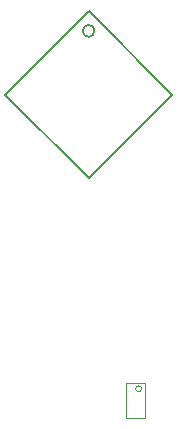
<source format=gbr>
%TF.GenerationSoftware,Altium Limited,Altium Designer,19.0.4 (130)*%
G04 Layer_Color=16711935*
%FSLAX26Y26*%
%MOIN*%
%TF.FileFunction,Other,Mechanical_13*%
%TF.Part,Single*%
G01*
G75*
%TA.AperFunction,NonConductor*%
%ADD57C,0.003937*%
%ADD59C,0.005906*%
D57*
X3700551Y1304457D02*
G03*
X3700551Y1304457I-10000J0D01*
G01*
X3647559Y1206346D02*
Y1324457D01*
Y1206346D02*
X3710551D01*
Y1324457D01*
X3647559D02*
X3710551D01*
D59*
X3543685Y2497132D02*
G03*
X3543685Y2497132I-19685J0D01*
G01*
X3524000Y2006611D02*
X3802389Y2285000D01*
X3245611D02*
X3524000Y2563389D01*
X3245611Y2285000D02*
X3524000Y2006611D01*
Y2563389D02*
X3802389Y2285000D01*
%TF.MD5,2c820935d276c815d6ec73a1dd6def46*%
M02*

</source>
